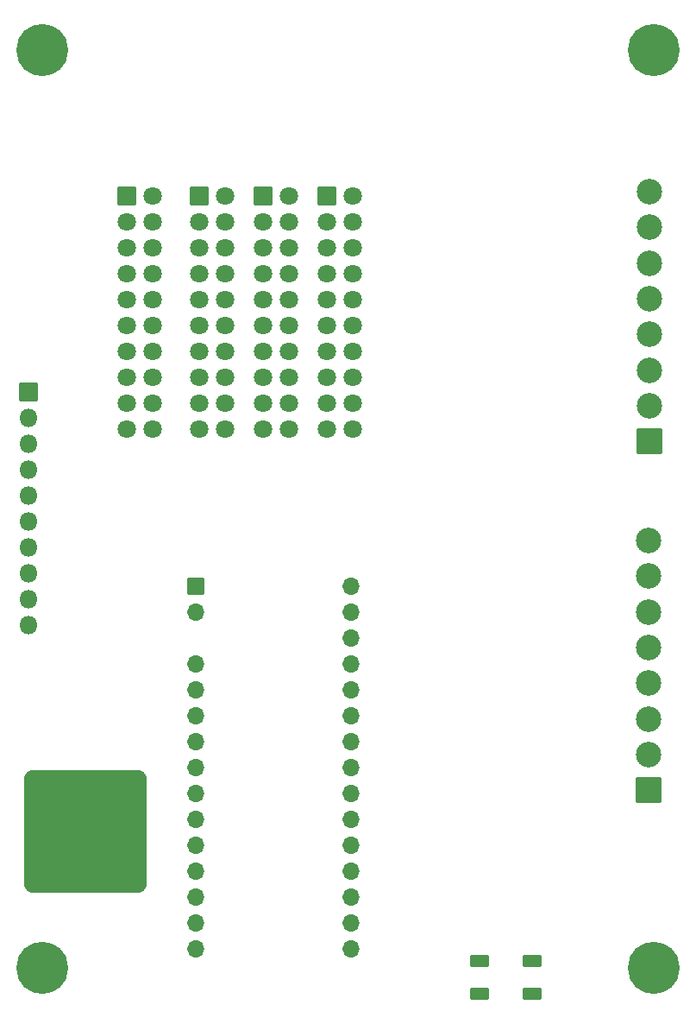
<source format=gbr>
%TF.GenerationSoftware,KiCad,Pcbnew,9.0.1*%
%TF.CreationDate,2025-05-07T10:28:51-04:00*%
%TF.ProjectId,BREAD_Slice,42524541-445f-4536-9c69-63655f636f6e,rev?*%
%TF.SameCoordinates,PX74eba40PY8552dc0*%
%TF.FileFunction,Soldermask,Top*%
%TF.FilePolarity,Negative*%
%FSLAX46Y46*%
G04 Gerber Fmt 4.6, Leading zero omitted, Abs format (unit mm)*
G04 Created by KiCad (PCBNEW 9.0.1) date 2025-05-07 10:28:51*
%MOMM*%
%LPD*%
G01*
G04 APERTURE LIST*
G04 Aperture macros list*
%AMRoundRect*
0 Rectangle with rounded corners*
0 $1 Rounding radius*
0 $2 $3 $4 $5 $6 $7 $8 $9 X,Y pos of 4 corners*
0 Add a 4 corners polygon primitive as box body*
4,1,4,$2,$3,$4,$5,$6,$7,$8,$9,$2,$3,0*
0 Add four circle primitives for the rounded corners*
1,1,$1+$1,$2,$3*
1,1,$1+$1,$4,$5*
1,1,$1+$1,$6,$7*
1,1,$1+$1,$8,$9*
0 Add four rect primitives between the rounded corners*
20,1,$1+$1,$2,$3,$4,$5,0*
20,1,$1+$1,$4,$5,$6,$7,0*
20,1,$1+$1,$6,$7,$8,$9,0*
20,1,$1+$1,$8,$9,$2,$3,0*%
G04 Aperture macros list end*
%ADD10C,5.100000*%
%ADD11RoundRect,0.050000X-0.800000X-0.800000X0.800000X-0.800000X0.800000X0.800000X-0.800000X0.800000X0*%
%ADD12O,1.700000X1.700000*%
%ADD13RoundRect,0.050000X-0.850000X-0.850000X0.850000X-0.850000X0.850000X0.850000X-0.850000X0.850000X0*%
%ADD14O,1.800000X1.800000*%
%ADD15RoundRect,1.008333X-5.041667X-5.041667X5.041667X-5.041667X5.041667X5.041667X-5.041667X5.041667X0*%
%ADD16RoundRect,0.050000X1.200000X-1.200000X1.200000X1.200000X-1.200000X1.200000X-1.200000X-1.200000X0*%
%ADD17C,2.500000*%
%ADD18C,1.800000*%
%ADD19RoundRect,0.101600X-0.825500X-0.500000X0.825500X-0.500000X0.825500X0.500000X-0.825500X0.500000X0*%
G04 APERTURE END LIST*
D10*
%TO.C,H1*%
X5000000Y95000000D03*
%TD*%
%TO.C,H3*%
X65000000Y95000000D03*
%TD*%
%TO.C,H2*%
X5000000Y5000000D03*
%TD*%
%TO.C,H4*%
X65000000Y5000000D03*
%TD*%
D11*
%TO.C,A1*%
X20010000Y42360000D03*
D12*
X20010000Y39820000D03*
X20010000Y34740000D03*
X20010000Y32200000D03*
X20010000Y29660000D03*
X20010000Y27120000D03*
X20010000Y24580000D03*
X20010000Y22040000D03*
X20010000Y19500000D03*
X20010000Y16960000D03*
X20010000Y14420000D03*
X20010000Y11880000D03*
X20010000Y9340000D03*
X20010000Y6800000D03*
X35250000Y6800000D03*
X35250000Y9340000D03*
X35250000Y11880000D03*
X35250000Y14420000D03*
X35250000Y16960000D03*
X35250000Y19500000D03*
X35250000Y22040000D03*
X35250000Y24580000D03*
X35250000Y27120000D03*
X35250000Y29660000D03*
X35250000Y32200000D03*
X35250000Y34740000D03*
X35250000Y37280000D03*
X35250000Y39820000D03*
X35250000Y42360000D03*
%TD*%
D13*
%TO.C,J1*%
X3600000Y61450000D03*
D14*
X3600000Y58910000D03*
X3600000Y56370000D03*
X3600000Y53830000D03*
X3600000Y51290000D03*
X3600000Y48750000D03*
X3600000Y46210000D03*
X3600000Y43670000D03*
X3600000Y41130000D03*
X3600000Y38590000D03*
%TD*%
D15*
%TO.C,HS1*%
X9200000Y18350000D03*
%TD*%
D16*
%TO.C,J3*%
X64500000Y22400000D03*
D17*
X64500000Y25900000D03*
X64500000Y29400000D03*
X64500000Y32900000D03*
X64500000Y36400000D03*
X64500000Y39900000D03*
X64500000Y43400000D03*
X64500000Y46900000D03*
%TD*%
D13*
%TO.C,J6*%
X32950000Y80710000D03*
D18*
X35490000Y80710000D03*
X32950000Y78170000D03*
X35490000Y78170000D03*
X32950000Y75630000D03*
X35490000Y75630000D03*
X32950000Y73090000D03*
X35490000Y73090000D03*
X32950000Y70550000D03*
X35490000Y70550000D03*
X32950000Y68010000D03*
X35490000Y68010000D03*
X32950000Y65470000D03*
X35490000Y65470000D03*
X32950000Y62930000D03*
X35490000Y62930000D03*
X32950000Y60390000D03*
X35490000Y60390000D03*
X32950000Y57850000D03*
X35490000Y57850000D03*
%TD*%
D16*
%TO.C,J2*%
X64600000Y56600000D03*
D17*
X64600000Y60100000D03*
X64600000Y63600000D03*
X64600000Y67100000D03*
X64600000Y70600000D03*
X64600000Y74100000D03*
X64600000Y77600000D03*
X64600000Y81100000D03*
%TD*%
D19*
%TO.C,D1*%
X47923000Y5667231D03*
X47923000Y2467231D03*
X53077000Y2467231D03*
X53077000Y5667231D03*
%TD*%
D13*
%TO.C,J4*%
X13260000Y80660000D03*
D18*
X15800000Y80660000D03*
X13260000Y78120000D03*
X15800000Y78120000D03*
X13260000Y75580000D03*
X15800000Y75580000D03*
X13260000Y73040000D03*
X15800000Y73040000D03*
X13260000Y70500000D03*
X15800000Y70500000D03*
X13260000Y67960000D03*
X15800000Y67960000D03*
X13260000Y65420000D03*
X15800000Y65420000D03*
X13260000Y62880000D03*
X15800000Y62880000D03*
X13260000Y60340000D03*
X15800000Y60340000D03*
X13260000Y57800000D03*
X15800000Y57800000D03*
%TD*%
D13*
%TO.C,J5*%
X26650000Y80700000D03*
D18*
X29190000Y80700000D03*
X26650000Y78160000D03*
X29190000Y78160000D03*
X26650000Y75620000D03*
X29190000Y75620000D03*
X26650000Y73080000D03*
X29190000Y73080000D03*
X26650000Y70540000D03*
X29190000Y70540000D03*
X26650000Y68000000D03*
X29190000Y68000000D03*
X26650000Y65460000D03*
X29190000Y65460000D03*
X26650000Y62920000D03*
X29190000Y62920000D03*
X26650000Y60380000D03*
X29190000Y60380000D03*
X26650000Y57840000D03*
X29190000Y57840000D03*
%TD*%
D13*
%TO.C,J7*%
X20360000Y80710000D03*
D18*
X22900000Y80710000D03*
X20360000Y78170000D03*
X22900000Y78170000D03*
X20360000Y75630000D03*
X22900000Y75630000D03*
X20360000Y73090000D03*
X22900000Y73090000D03*
X20360000Y70550000D03*
X22900000Y70550000D03*
X20360000Y68010000D03*
X22900000Y68010000D03*
X20360000Y65470000D03*
X22900000Y65470000D03*
X20360000Y62930000D03*
X22900000Y62930000D03*
X20360000Y60390000D03*
X22900000Y60390000D03*
X20360000Y57850000D03*
X22900000Y57850000D03*
%TD*%
M02*

</source>
